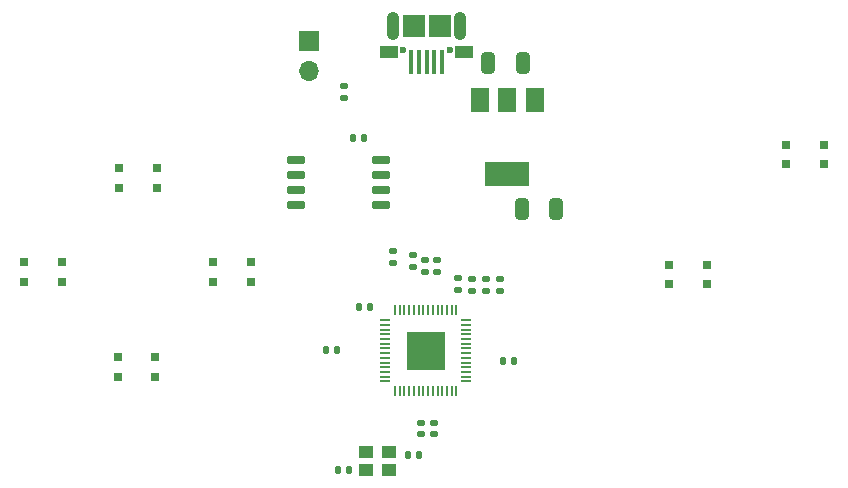
<source format=gts>
%TF.GenerationSoftware,KiCad,Pcbnew,7.0.10*%
%TF.CreationDate,2024-02-26T14:54:02+00:00*%
%TF.ProjectId,rp2040_game_con,72703230-3430-45f6-9761-6d655f636f6e,rev?*%
%TF.SameCoordinates,Original*%
%TF.FileFunction,Soldermask,Top*%
%TF.FilePolarity,Negative*%
%FSLAX46Y46*%
G04 Gerber Fmt 4.6, Leading zero omitted, Abs format (unit mm)*
G04 Created by KiCad (PCBNEW 7.0.10) date 2024-02-26 14:54:02*
%MOMM*%
%LPD*%
G01*
G04 APERTURE LIST*
G04 Aperture macros list*
%AMRoundRect*
0 Rectangle with rounded corners*
0 $1 Rounding radius*
0 $2 $3 $4 $5 $6 $7 $8 $9 X,Y pos of 4 corners*
0 Add a 4 corners polygon primitive as box body*
4,1,4,$2,$3,$4,$5,$6,$7,$8,$9,$2,$3,0*
0 Add four circle primitives for the rounded corners*
1,1,$1+$1,$2,$3*
1,1,$1+$1,$4,$5*
1,1,$1+$1,$6,$7*
1,1,$1+$1,$8,$9*
0 Add four rect primitives between the rounded corners*
20,1,$1+$1,$2,$3,$4,$5,0*
20,1,$1+$1,$4,$5,$6,$7,0*
20,1,$1+$1,$6,$7,$8,$9,0*
20,1,$1+$1,$8,$9,$2,$3,0*%
G04 Aperture macros list end*
%ADD10RoundRect,0.140000X-0.140000X-0.170000X0.140000X-0.170000X0.140000X0.170000X-0.140000X0.170000X0*%
%ADD11RoundRect,0.250000X-0.325000X-0.650000X0.325000X-0.650000X0.325000X0.650000X-0.325000X0.650000X0*%
%ADD12RoundRect,0.135000X-0.185000X0.135000X-0.185000X-0.135000X0.185000X-0.135000X0.185000X0.135000X0*%
%ADD13RoundRect,0.140000X0.170000X-0.140000X0.170000X0.140000X-0.170000X0.140000X-0.170000X-0.140000X0*%
%ADD14RoundRect,0.050000X-0.387500X-0.050000X0.387500X-0.050000X0.387500X0.050000X-0.387500X0.050000X0*%
%ADD15RoundRect,0.050000X-0.050000X-0.387500X0.050000X-0.387500X0.050000X0.387500X-0.050000X0.387500X0*%
%ADD16R,3.200000X3.200000*%
%ADD17R,0.700000X0.750000*%
%ADD18R,1.700000X1.700000*%
%ADD19O,1.700000X1.700000*%
%ADD20RoundRect,0.140000X0.140000X0.170000X-0.140000X0.170000X-0.140000X-0.170000X0.140000X-0.170000X0*%
%ADD21RoundRect,0.135000X0.185000X-0.135000X0.185000X0.135000X-0.185000X0.135000X-0.185000X-0.135000X0*%
%ADD22R,1.200000X1.100000*%
%ADD23RoundRect,0.150000X-0.650000X-0.150000X0.650000X-0.150000X0.650000X0.150000X-0.650000X0.150000X0*%
%ADD24C,0.600000*%
%ADD25R,0.400000X2.100000*%
%ADD26R,1.500000X1.000000*%
%ADD27O,1.100000X2.400000*%
%ADD28R,1.900000X1.900000*%
%ADD29RoundRect,0.140000X-0.170000X0.140000X-0.170000X-0.140000X0.170000X-0.140000X0.170000X0.140000X0*%
%ADD30R,1.500000X2.000000*%
%ADD31R,3.800000X2.000000*%
G04 APERTURE END LIST*
D10*
%TO.C,C4*%
X111925000Y-79495000D03*
X112885000Y-79495000D03*
%TD*%
D11*
%TO.C,C3*%
X127500000Y-57470000D03*
X130450000Y-57470000D03*
%TD*%
D12*
%TO.C,R2*%
X119300000Y-61780000D03*
X119300000Y-62800000D03*
%TD*%
D13*
%TO.C,C9*%
X123305000Y-64345000D03*
X123305000Y-63385000D03*
%TD*%
D12*
%TO.C,R1*%
X112500000Y-46980000D03*
X112500000Y-48000000D03*
%TD*%
D14*
%TO.C,U3*%
X115947500Y-66832500D03*
X115947500Y-67232500D03*
X115947500Y-67632500D03*
X115947500Y-68032500D03*
X115947500Y-68432500D03*
X115947500Y-68832500D03*
X115947500Y-69232500D03*
X115947500Y-69632500D03*
X115947500Y-70032500D03*
X115947500Y-70432500D03*
X115947500Y-70832500D03*
X115947500Y-71232500D03*
X115947500Y-71632500D03*
X115947500Y-72032500D03*
D15*
X116785000Y-72870000D03*
X117185000Y-72870000D03*
X117585000Y-72870000D03*
X117985000Y-72870000D03*
X118385000Y-72870000D03*
X118785000Y-72870000D03*
X119185000Y-72870000D03*
X119585000Y-72870000D03*
X119985000Y-72870000D03*
X120385000Y-72870000D03*
X120785000Y-72870000D03*
X121185000Y-72870000D03*
X121585000Y-72870000D03*
X121985000Y-72870000D03*
D14*
X122822500Y-72032500D03*
X122822500Y-71632500D03*
X122822500Y-71232500D03*
X122822500Y-70832500D03*
X122822500Y-70432500D03*
X122822500Y-70032500D03*
X122822500Y-69632500D03*
X122822500Y-69232500D03*
X122822500Y-68832500D03*
X122822500Y-68432500D03*
X122822500Y-68032500D03*
X122822500Y-67632500D03*
X122822500Y-67232500D03*
X122822500Y-66832500D03*
D15*
X121985000Y-65995000D03*
X121585000Y-65995000D03*
X121185000Y-65995000D03*
X120785000Y-65995000D03*
X120385000Y-65995000D03*
X119985000Y-65995000D03*
X119585000Y-65995000D03*
X119185000Y-65995000D03*
X118785000Y-65995000D03*
X118385000Y-65995000D03*
X117985000Y-65995000D03*
X117585000Y-65995000D03*
X117185000Y-65995000D03*
X116785000Y-65995000D03*
D16*
X119385000Y-69432500D03*
%TD*%
D17*
%TO.C,U4*%
X93400000Y-53975000D03*
X96600000Y-53975000D03*
X93400000Y-55625000D03*
X96600000Y-55625000D03*
%TD*%
D18*
%TO.C,J1*%
X109500000Y-43180000D03*
D19*
X109500000Y-45720000D03*
%TD*%
D13*
%TO.C,C7*%
X122075000Y-64255000D03*
X122075000Y-63295000D03*
%TD*%
D10*
%TO.C,C14*%
X125895000Y-70255000D03*
X126855000Y-70255000D03*
%TD*%
D20*
%TO.C,C5*%
X118825000Y-78215000D03*
X117865000Y-78215000D03*
%TD*%
D13*
%TO.C,C8*%
X116600000Y-61980000D03*
X116600000Y-61020000D03*
%TD*%
D21*
%TO.C,R3*%
X120300000Y-62800000D03*
X120300000Y-61780000D03*
%TD*%
D10*
%TO.C,C2*%
X113220000Y-51400000D03*
X114180000Y-51400000D03*
%TD*%
D13*
%TO.C,C11*%
X118300000Y-62300000D03*
X118300000Y-61340000D03*
%TD*%
D22*
%TO.C,Y1*%
X116245000Y-78015000D03*
X114345000Y-78015000D03*
X114345000Y-79515000D03*
X116245000Y-79515000D03*
%TD*%
D17*
%TO.C,U8*%
X140015000Y-62150000D03*
X143215000Y-62150000D03*
X140015000Y-63800000D03*
X143215000Y-63800000D03*
%TD*%
D23*
%TO.C,U1*%
X108390000Y-53295000D03*
X108390000Y-54565000D03*
X108390000Y-55835000D03*
X108390000Y-57105000D03*
X115590000Y-57105000D03*
X115590000Y-55835000D03*
X115590000Y-54565000D03*
X115590000Y-53295000D03*
%TD*%
D17*
%TO.C,U5*%
X101400000Y-61950000D03*
X104600000Y-61950000D03*
X101400000Y-63600000D03*
X104600000Y-63600000D03*
%TD*%
D20*
%TO.C,C10*%
X114695000Y-65725000D03*
X113735000Y-65725000D03*
%TD*%
D13*
%TO.C,C12*%
X125705000Y-64345000D03*
X125705000Y-63385000D03*
%TD*%
D17*
%TO.C,U9*%
X149900000Y-51975000D03*
X153100000Y-51975000D03*
X149900000Y-53625000D03*
X153100000Y-53625000D03*
%TD*%
%TO.C,U7*%
X93300000Y-69975000D03*
X96500000Y-69975000D03*
X93300000Y-71625000D03*
X96500000Y-71625000D03*
%TD*%
D20*
%TO.C,C15*%
X111875000Y-69400000D03*
X110915000Y-69400000D03*
%TD*%
D24*
%TO.C,J2*%
X121455000Y-44000000D03*
X117455000Y-44000000D03*
D25*
X120755000Y-44950000D03*
X120105000Y-44950000D03*
X119455000Y-44950000D03*
X118805000Y-44950000D03*
X118155000Y-44950000D03*
D26*
X122655000Y-44150000D03*
D27*
X122280000Y-41900000D03*
D28*
X120555000Y-41900000D03*
X118355000Y-41900000D03*
D27*
X116630000Y-41900000D03*
D26*
X116255000Y-44150000D03*
%TD*%
D11*
%TO.C,C1*%
X124685000Y-45080000D03*
X127635000Y-45080000D03*
%TD*%
D17*
%TO.C,U6*%
X85400000Y-61950000D03*
X88600000Y-61950000D03*
X85400000Y-63600000D03*
X88600000Y-63600000D03*
%TD*%
D29*
%TO.C,C16*%
X118975000Y-75515000D03*
X118975000Y-76475000D03*
%TD*%
D13*
%TO.C,C13*%
X124475000Y-64345000D03*
X124475000Y-63385000D03*
%TD*%
D30*
%TO.C,U2*%
X128600000Y-48160000D03*
X126300000Y-48160000D03*
X124000000Y-48160000D03*
D31*
X126300000Y-54460000D03*
%TD*%
D29*
%TO.C,C6*%
X120095000Y-75515000D03*
X120095000Y-76475000D03*
%TD*%
M02*

</source>
